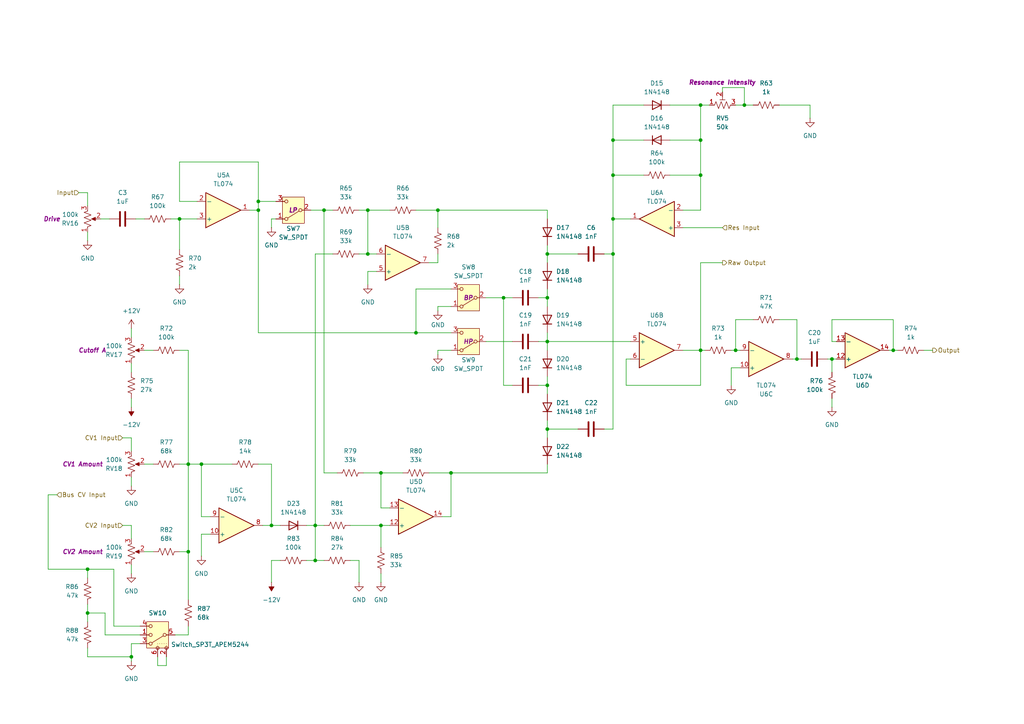
<source format=kicad_sch>
(kicad_sch (version 20231120) (generator "eeschema") (generator_version "8.0")
  (paper "A4")
  (title_block (company "DMH Instruments") (comment 1 "PCB for 10cm Kosmo format synthesizer module"))
  (lib_symbols
    (symbol "Amplifier_Operational:TL074" (pin_names (offset 0.127))
      (property "Reference" "U" (at 0 5.08 0))
      (property "Value" "TL074" (at 0 -5.08 0))
      (symbol "TL074_1_1"
        (polyline (pts (xy -5.08 5.08) (xy 5.08 0) (xy -5.08 -5.08) (xy -5.08 5.08)) (stroke (width 0.254)) (fill (type background)))
        (pin output line (at 7.62 0 180) (length 2.54) (name "~") (number "1"))
        (pin input line (at -7.62 -2.54 0) (length 2.54) (name "-") (number "2"))
        (pin input line (at -7.62 2.54 0) (length 2.54) (name "+") (number "3"))
      )
      (symbol "TL074_2_1"
        (polyline (pts (xy -5.08 5.08) (xy 5.08 0) (xy -5.08 -5.08) (xy -5.08 5.08)) (stroke (width 0.254)) (fill (type background)))
        (pin input line (at -7.62 2.54 0) (length 2.54) (name "+") (number "5"))
        (pin input line (at -7.62 -2.54 0) (length 2.54) (name "-") (number "6"))
        (pin output line (at 7.62 0 180) (length 2.54) (name "~") (number "7"))
      )
      (symbol "TL074_3_1"
        (polyline (pts (xy -5.08 5.08) (xy 5.08 0) (xy -5.08 -5.08) (xy -5.08 5.08)) (stroke (width 0.254)) (fill (type background)))
        (pin input line (at -7.62 2.54 0) (length 2.54) (name "+") (number "10"))
        (pin output line (at 7.62 0 180) (length 2.54) (name "~") (number "8"))
        (pin input line (at -7.62 -2.54 0) (length 2.54) (name "-") (number "9"))
      )
      (symbol "TL074_4_1"
        (polyline (pts (xy -5.08 5.08) (xy 5.08 0) (xy -5.08 -5.08) (xy -5.08 5.08)) (stroke (width 0.254)) (fill (type background)))
        (pin input line (at -7.62 2.54 0) (length 2.54) (name "+") (number "12"))
        (pin input line (at -7.62 -2.54 0) (length 2.54) (name "-") (number "13"))
        (pin output line (at 7.62 0 180) (length 2.54) (name "~") (number "14"))
      )
      (symbol "TL074_5_1"
        (pin power_in line (at -2.54 -7.62 90) (length 3.81) (name "V-") (number "11"))
        (pin power_in line (at -2.54 7.62 270) (length 3.81) (name "V+") (number "4"))
      )
    )
    (symbol "Device:C" (pin_numbers hide) (pin_names (offset 0.254))
      (property "Reference" "C" (at 0.635 2.54 0))
      (property "Value" "C" (at 0.635 -2.54 0))
      (symbol "C_0_1"
        (polyline (pts (xy -2.032 -0.762) (xy 2.032 -0.762)) (stroke (width 0.508)))
        (polyline (pts (xy -2.032 0.762) (xy 2.032 0.762)) (stroke (width 0.508)))
      )
      (symbol "C_1_1"
        (pin passive line (at 0 3.81 270) (length 2.794) (name "~") (number "1"))
        (pin passive line (at 0 -3.81 90) (length 2.794) (name "~") (number "2"))
      )
    )
    (symbol "Device:R_Potentiometer_Trim_US" (pin_names (offset 1.016) hide)
      (property "Reference" "RV" (at -4.445 0 90))
      (property "Value" "R_Potentiometer_Trim_US" (at -2.54 0 90))
      (symbol "R_Potentiometer_Trim_US_0_1"
        (polyline (pts (xy 0 -2.286) (xy 0 -2.54)))
        (polyline (pts (xy 0 2.286) (xy 0 2.54)))
        (polyline (pts (xy 1.524 0.762) (xy 1.524 -0.762)))
        (polyline (pts (xy 2.54 0) (xy 1.524 0)))
        (polyline (pts (xy 0 -0.762) (xy 1.016 -1.143) (xy 0 -1.524) (xy -1.016 -1.905) (xy 0 -2.286)))
        (polyline (pts (xy 0 0.762) (xy 1.016 0.381) (xy 0 0) (xy -1.016 -0.381) (xy 0 -0.762)))
        (polyline (pts (xy 0 2.286) (xy 1.016 1.905) (xy 0 1.524) (xy -1.016 1.143) (xy 0 0.762)))
      )
      (symbol "R_Potentiometer_Trim_US_1_1"
        (pin passive line (at 0 3.81 270) (length 1.27) (name "1") (number "1"))
        (pin passive line (at 3.81 0 180) (length 1.27) (name "2") (number "2"))
        (pin passive line (at 0 -3.81 90) (length 1.27) (name "3") (number "3"))
      )
    )
    (symbol "Device:R_Potentiometer_US" (pin_names (offset 1.016) hide)
      (property "Reference" "RV" (at -4.445 0 90))
      (property "Value" "R_Potentiometer_US" (at -2.54 0 90))
      (symbol "R_Potentiometer_US_0_1"
        (polyline (pts (xy 0 -2.286) (xy 0 -2.54)))
        (polyline (pts (xy 0 2.54) (xy 0 2.286)))
        (polyline (pts (xy 2.54 0) (xy 1.524 0)))
        (polyline (pts (xy 1.143 0) (xy 2.286 0.508) (xy 2.286 -0.508) (xy 1.143 0)) (fill (type outline)))
        (polyline (pts (xy 0 -0.762) (xy 1.016 -1.143) (xy 0 -1.524) (xy -1.016 -1.905) (xy 0 -2.286)))
        (polyline (pts (xy 0 0.762) (xy 1.016 0.381) (xy 0 0) (xy -1.016 -0.381) (xy 0 -0.762)))
        (polyline (pts (xy 0 2.286) (xy 1.016 1.905) (xy 0 1.524) (xy -1.016 1.143) (xy 0 0.762)))
      )
      (symbol "R_Potentiometer_US_1_1"
        (pin passive line (at 0 3.81 270) (length 1.27) (name "1") (number "1"))
        (pin passive line (at 3.81 0 180) (length 1.27) (name "2") (number "2"))
        (pin passive line (at 0 -3.81 90) (length 1.27) (name "3") (number "3"))
      )
    )
    (symbol "Device:R_US" (pin_numbers hide) (pin_names (offset 0))
      (property "Reference" "R" (at 2.54 0 90))
      (property "Value" "R_US" (at -2.54 0 90))
      (symbol "R_US_0_1"
        (polyline (pts (xy 0 -2.286) (xy 0 -2.54)))
        (polyline (pts (xy 0 2.286) (xy 0 2.54)))
        (polyline (pts (xy 0 -0.762) (xy 1.016 -1.143) (xy 0 -1.524) (xy -1.016 -1.905) (xy 0 -2.286)))
        (polyline (pts (xy 0 0.762) (xy 1.016 0.381) (xy 0 0) (xy -1.016 -0.381) (xy 0 -0.762)))
        (polyline (pts (xy 0 2.286) (xy 1.016 1.905) (xy 0 1.524) (xy -1.016 1.143) (xy 0 0.762)))
      )
      (symbol "R_US_1_1"
        (pin passive line (at 0 3.81 270) (length 1.27) (name "~") (number "1"))
        (pin passive line (at 0 -3.81 90) (length 1.27) (name "~") (number "2"))
      )
    )
    (symbol "Diode:1N4148" (pin_numbers hide) (pin_names hide)
      (property "Reference" "D" (at 0 2.54 0))
      (property "Value" "1N4148" (at 0 -2.54 0))
      (symbol "1N4148_0_1"
        (polyline (pts (xy -1.27 1.27) (xy -1.27 -1.27)) (stroke (width 0.254)))
        (polyline (pts (xy 1.27 0) (xy -1.27 0)))
        (polyline (pts (xy 1.27 1.27) (xy 1.27 -1.27) (xy -1.27 0) (xy 1.27 1.27)) (stroke (width 0.254)))
      )
      (symbol "1N4148_1_1"
        (pin passive line (at -3.81 0 0) (length 2.54) (name "K") (number "1"))
        (pin passive line (at 3.81 0 180) (length 2.54) (name "A") (number "2"))
      )
    )
    (symbol "Switch:SW_SPDT" (pin_names (offset 0) hide)
      (property "Reference" "SW" (at 0 5.08 0))
      (property "Value" "SW_SPDT" (at 0 -5.08 0))
      (symbol "SW_SPDT_0_1"
        (circle (center -2.032 0) (radius 0.4572))
        (polyline (pts (xy -1.651 0.254) (xy 1.651 2.286)))
        (circle (center 2.032 -2.54) (radius 0.4572))
        (circle (center 2.032 2.54) (radius 0.4572))
      )
      (symbol "SW_SPDT_1_1"
        (rectangle (start -3.175 3.81) (end 3.175 -3.81) (fill (type background)))
        (pin passive line (at 5.08 2.54 180) (length 2.54) (name "A") (number "1"))
        (pin passive line (at -5.08 0 0) (length 2.54) (name "B") (number "2"))
        (pin passive line (at 5.08 -2.54 180) (length 2.54) (name "C") (number "3"))
      )
    )
    (symbol "SynthStuff:Switch_SP3T" (pin_names (offset 0) hide)
      (property "Reference" "SW" (at 0 -5.08 0))
      (property "Value" "Switch_SP3T_APEM5244" (at 0 -7.62 0))
      (symbol "Switch_SP3T_0_1"
        (circle (center -2.54 3.81) (radius 0.4572))
        (circle (center -2.032 0) (radius 0.4572))
        (polyline (pts (xy -2.54 2.54) (xy -2.54 2.54)))
        (polyline (pts (xy -2.54 3.81) (xy -2.54 3.81)))
        (polyline (pts (xy -1.651 0.254) (xy 1.651 2.286)))
        (polyline (pts (xy -2.54 3.81) (xy -2.54 2.54) (xy 0 2.54) (xy 0 3.81)) (stroke (width 0) (type dot)))
        (circle (center 0 3.81) (radius 0.4572))
        (circle (center 2.032 -2.54) (radius 0.4572))
        (circle (center 2.032 0) (radius 0.4572))
        (circle (center 2.032 2.54) (radius 0.4572))
      )
      (symbol "Switch_SP3T_1_0"
        (pin passive line (at -2.54 6.35 270) (length 2.54) (name "2") (number "2"))
        (pin passive line (at 0 6.35 270) (length 2.54) (name "6") (number "6"))
      )
      (symbol "Switch_SP3T_1_1"
        (rectangle (start -3.175 3.81) (end 3.175 -3.81) (fill (type background)))
        (pin passive line (at 5.08 0 180) (length 2.54) (name "1") (number "1"))
        (pin passive line (at 5.08 2.54 180) (length 2.54) (name "3") (number "3"))
        (pin passive line (at 5.08 -2.54 180) (length 2.54) (name "4") (number "4"))
        (pin passive line (at -5.08 0 0) (length 2.54) (name "5") (number "5"))
      )
    )
    (symbol "power:+12V" (power) (pin_numbers hide) (pin_names (offset 0) hide)
      (property "Value" "+12V" (at 0 3.556 0))
      (symbol "+12V_0_1"
        (polyline (pts (xy -0.762 1.27) (xy 0 2.54)))
        (polyline (pts (xy 0 0) (xy 0 2.54)))
        (polyline (pts (xy 0 2.54) (xy 0.762 1.27)))
      )
      (symbol "+12V_1_1"
        (pin power_in line (at 0 0 90) (length 0) (name "~") (number "1"))
      )
    )
    (symbol "power:-12V" (power) (pin_numbers hide) (pin_names (offset 0) hide)
      (property "Value" "-12V" (at 0 3.556 0))
      (symbol "-12V_0_0"
        (pin power_in line (at 0 0 90) (length 0) (name "~") (number "1"))
      )
      (symbol "-12V_0_1"
        (polyline (pts (xy 0 0) (xy 0 1.27) (xy 0.762 1.27) (xy 0 2.54) (xy -0.762 1.27) (xy 0 1.27)) (fill (type outline)))
      )
    )
    (symbol "power:GND" (power) (pin_numbers hide) (pin_names (offset 0) hide)
      (property "Value" "GND" (at 0 -3.81 0))
      (symbol "GND_0_1"
        (polyline (pts (xy 0 0) (xy 0 -1.27) (xy 1.27 -1.27) (xy 0 -2.54) (xy -1.27 -1.27) (xy 0 -1.27)))
      )
      (symbol "GND_1_1"
        (pin power_in line (at 0 0 270) (length 0) (name "~") (number "1"))
      )
    )
  )
  (junction (at 110.49 137.16))
  (junction (at 74.93 58.42))
  (junction (at 213.36 101.6))
  (junction (at 241.3 104.14))
  (junction (at 25.4 165.1))
  (junction (at 177.8 63.5))
  (junction (at 110.49 152.4))
  (junction (at 231.14 104.14))
  (junction (at 38.1 190.5))
  (junction (at 259.08 101.6))
  (junction (at 177.8 50.8))
  (junction (at 177.8 40.64))
  (junction (at 106.68 73.66))
  (junction (at 54.61 160.02))
  (junction (at 58.42 134.62))
  (junction (at 52.07 63.5))
  (junction (at 203.2 30.48))
  (junction (at 74.93 60.96))
  (junction (at 130.81 137.16))
  (junction (at 93.98 60.96))
  (junction (at 158.75 124.46))
  (junction (at 203.2 40.64))
  (junction (at 54.61 134.62))
  (junction (at 158.75 99.06))
  (junction (at 158.75 73.66))
  (junction (at 158.75 111.76))
  (junction (at 78.74 152.4))
  (junction (at 91.44 152.4))
  (junction (at 203.2 101.6))
  (junction (at 177.8 73.66))
  (junction (at 146.05 86.36))
  (junction (at 120.65 96.52))
  (junction (at 203.2 50.8))
  (junction (at 106.68 60.96))
  (junction (at 91.44 162.56))
  (junction (at 25.4 177.8))
  (junction (at 215.9 30.48))
  (junction (at 158.75 86.36))
  (junction (at 127 60.96))
  (wire (pts (xy 203.2 30.48) (xy 205.74 30.48)))
  (wire (pts (xy 120.65 83.82) (xy 130.81 83.82)))
  (wire (pts (xy 78.74 162.56) (xy 78.74 168.91)))
  (wire (pts (xy 106.68 60.96) (xy 106.68 73.66)))
  (wire (pts (xy 16.51 143.51) (xy 13.97 143.51)))
  (wire (pts (xy 241.3 115.57) (xy 241.3 118.11)))
  (wire (pts (xy 29.21 63.5) (xy 31.75 63.5)))
  (wire (pts (xy 54.61 134.62) (xy 58.42 134.62)))
  (wire (pts (xy 38.1 190.5) (xy 38.1 191.77)))
  (wire (pts (xy 156.21 111.76) (xy 158.75 111.76)))
  (wire (pts (xy 35.56 152.4) (xy 38.1 152.4)))
  (wire (pts (xy 25.4 55.88) (xy 25.4 59.69)))
  (wire (pts (xy 38.1 138.43) (xy 38.1 140.97)))
  (wire (pts (xy 30.48 177.8) (xy 25.4 177.8)))
  (wire (pts (xy 54.61 160.02) (xy 54.61 173.99)))
  (wire (pts (xy 106.68 73.66) (xy 109.22 73.66)))
  (wire (pts (xy 130.81 96.52) (xy 120.65 96.52)))
  (wire (pts (xy 91.44 152.4) (xy 91.44 162.56)))
  (wire (pts (xy 52.07 63.5) (xy 57.15 63.5)))
  (wire (pts (xy 186.69 50.8) (xy 177.8 50.8)))
  (wire (pts (xy 259.08 101.6) (xy 257.81 101.6)))
  (wire (pts (xy 213.36 92.71) (xy 213.36 101.6)))
  (wire (pts (xy 130.81 149.86) (xy 128.27 149.86)))
  (wire (pts (xy 158.75 96.52) (xy 158.75 99.06)))
  (wire (pts (xy 175.26 124.46) (xy 177.8 124.46)))
  (wire (pts (xy 158.75 83.82) (xy 158.75 86.36)))
  (wire (pts (xy 231.14 104.14) (xy 232.41 104.14)))
  (wire (pts (xy 67.31 134.62) (xy 58.42 134.62)))
  (wire (pts (xy 209.55 25.4) (xy 215.9 25.4)))
  (wire (pts (xy 130.81 137.16) (xy 130.81 149.86)))
  (wire (pts (xy 30.48 184.15) (xy 30.48 177.8)))
  (wire (pts (xy 13.97 143.51) (xy 13.97 165.1)))
  (wire (pts (xy 33.02 165.1) (xy 25.4 165.1)))
  (wire (pts (xy 215.9 30.48) (xy 218.44 30.48)))
  (wire (pts (xy 158.75 111.76) (xy 158.75 114.3)))
  (wire (pts (xy 109.22 78.74) (xy 106.68 78.74)))
  (wire (pts (xy 104.14 162.56) (xy 104.14 168.91)))
  (wire (pts (xy 203.2 30.48) (xy 203.2 40.64)))
  (wire (pts (xy 33.02 181.61) (xy 33.02 165.1)))
  (wire (pts (xy 203.2 40.64) (xy 203.2 50.8)))
  (wire (pts (xy 80.01 63.5) (xy 78.74 63.5)))
  (wire (pts (xy 120.65 96.52) (xy 120.65 83.82)))
  (wire (pts (xy 177.8 50.8) (xy 177.8 63.5)))
  (wire (pts (xy 241.3 104.14) (xy 242.57 104.14)))
  (wire (pts (xy 52.07 58.42) (xy 57.15 58.42)))
  (wire (pts (xy 212.09 101.6) (xy 213.36 101.6)))
  (wire (pts (xy 58.42 154.94) (xy 58.42 161.29)))
  (wire (pts (xy 25.4 67.31) (xy 25.4 69.85)))
  (wire (pts (xy 74.93 134.62) (xy 78.74 134.62)))
  (wire (pts (xy 240.03 104.14) (xy 241.3 104.14)))
  (wire (pts (xy 259.08 101.6) (xy 260.35 101.6)))
  (wire (pts (xy 72.39 60.96) (xy 74.93 60.96)))
  (wire (pts (xy 110.49 152.4) (xy 113.03 152.4)))
  (wire (pts (xy 58.42 134.62) (xy 58.42 149.86)))
  (wire (pts (xy 25.4 177.8) (xy 25.4 180.34)))
  (wire (pts (xy 140.97 99.06) (xy 148.59 99.06)))
  (wire (pts (xy 120.65 60.96) (xy 127 60.96)))
  (wire (pts (xy 181.61 111.76) (xy 203.2 111.76)))
  (wire (pts (xy 167.64 73.66) (xy 158.75 73.66)))
  (wire (pts (xy 231.14 92.71) (xy 231.14 104.14)))
  (wire (pts (xy 158.75 99.06) (xy 182.88 99.06)))
  (wire (pts (xy 182.88 63.5) (xy 177.8 63.5)))
  (wire (pts (xy 198.12 101.6) (xy 203.2 101.6)))
  (wire (pts (xy 38.1 115.57) (xy 38.1 118.11)))
  (wire (pts (xy 146.05 86.36) (xy 146.05 111.76)))
  (wire (pts (xy 78.74 152.4) (xy 76.2 152.4)))
  (wire (pts (xy 78.74 152.4) (xy 81.28 152.4)))
  (wire (pts (xy 156.21 86.36) (xy 158.75 86.36)))
  (wire (pts (xy 35.56 127) (xy 38.1 127)))
  (wire (pts (xy 41.91 160.02) (xy 44.45 160.02)))
  (wire (pts (xy 52.07 46.99) (xy 52.07 58.42)))
  (wire (pts (xy 229.87 104.14) (xy 231.14 104.14)))
  (wire (pts (xy 74.93 46.99) (xy 52.07 46.99)))
  (wire (pts (xy 241.3 104.14) (xy 241.3 107.95)))
  (wire (pts (xy 93.98 60.96) (xy 96.52 60.96)))
  (wire (pts (xy 203.2 101.6) (xy 204.47 101.6)))
  (wire (pts (xy 78.74 134.62) (xy 78.74 152.4)))
  (wire (pts (xy 215.9 25.4) (xy 215.9 30.48)))
  (wire (pts (xy 40.64 181.61) (xy 33.02 181.61)))
  (wire (pts (xy 213.36 101.6) (xy 214.63 101.6)))
  (wire (pts (xy 52.07 134.62) (xy 54.61 134.62)))
  (wire (pts (xy 181.61 104.14) (xy 181.61 111.76)))
  (wire (pts (xy 186.69 30.48) (xy 177.8 30.48)))
  (wire (pts (xy 127 88.9) (xy 130.81 88.9)))
  (wire (pts (xy 105.41 137.16) (xy 110.49 137.16)))
  (wire (pts (xy 74.93 58.42) (xy 74.93 46.99)))
  (wire (pts (xy 110.49 152.4) (xy 110.49 158.75)))
  (wire (pts (xy 218.44 92.71) (xy 213.36 92.71)))
  (wire (pts (xy 101.6 152.4) (xy 110.49 152.4)))
  (wire (pts (xy 234.95 30.48) (xy 234.95 34.29)))
  (wire (pts (xy 81.28 162.56) (xy 78.74 162.56)))
  (wire (pts (xy 127 90.17) (xy 127 88.9)))
  (wire (pts (xy 127 60.96) (xy 127 66.04)))
  (wire (pts (xy 158.75 137.16) (xy 130.81 137.16)))
  (wire (pts (xy 54.61 134.62) (xy 54.61 160.02)))
  (wire (pts (xy 40.64 184.15) (xy 30.48 184.15)))
  (wire (pts (xy 146.05 111.76) (xy 148.59 111.76)))
  (wire (pts (xy 40.64 186.69) (xy 38.1 186.69)))
  (wire (pts (xy 203.2 60.96) (xy 198.12 60.96)))
  (wire (pts (xy 214.63 106.68) (xy 212.09 106.68)))
  (wire (pts (xy 158.75 60.96) (xy 127 60.96)))
  (wire (pts (xy 91.44 152.4) (xy 93.98 152.4)))
  (wire (pts (xy 226.06 92.71) (xy 231.14 92.71)))
  (wire (pts (xy 127 101.6) (xy 127 102.87)))
  (wire (pts (xy 158.75 86.36) (xy 158.75 88.9)))
  (wire (pts (xy 54.61 181.61) (xy 54.61 184.15)))
  (wire (pts (xy 267.97 101.6) (xy 270.51 101.6)))
  (wire (pts (xy 177.8 73.66) (xy 177.8 124.46)))
  (wire (pts (xy 213.36 30.48) (xy 215.9 30.48)))
  (wire (pts (xy 54.61 101.6) (xy 54.61 134.62)))
  (wire (pts (xy 106.68 60.96) (xy 113.03 60.96)))
  (wire (pts (xy 226.06 30.48) (xy 234.95 30.48)))
  (wire (pts (xy 52.07 101.6) (xy 54.61 101.6)))
  (wire (pts (xy 13.97 165.1) (xy 25.4 165.1)))
  (wire (pts (xy 124.46 76.2) (xy 127 76.2)))
  (wire (pts (xy 104.14 60.96) (xy 106.68 60.96)))
  (wire (pts (xy 88.9 162.56) (xy 91.44 162.56)))
  (wire (pts (xy 140.97 86.36) (xy 146.05 86.36)))
  (wire (pts (xy 158.75 99.06) (xy 158.75 101.6)))
  (wire (pts (xy 38.1 105.41) (xy 38.1 107.95)))
  (wire (pts (xy 110.49 137.16) (xy 116.84 137.16)))
  (wire (pts (xy 181.61 104.14) (xy 182.88 104.14)))
  (wire (pts (xy 91.44 162.56) (xy 93.98 162.56)))
  (wire (pts (xy 45.72 190.5) (xy 45.72 193.04)))
  (wire (pts (xy 203.2 101.6) (xy 203.2 111.76)))
  (wire (pts (xy 156.21 99.06) (xy 158.75 99.06)))
  (wire (pts (xy 49.53 63.5) (xy 52.07 63.5)))
  (wire (pts (xy 48.26 193.04) (xy 48.26 190.5)))
  (wire (pts (xy 242.57 99.06) (xy 241.3 99.06)))
  (wire (pts (xy 127 76.2) (xy 127 73.66)))
  (wire (pts (xy 110.49 137.16) (xy 110.49 147.32)))
  (wire (pts (xy 177.8 63.5) (xy 177.8 73.66)))
  (wire (pts (xy 22.86 55.88) (xy 25.4 55.88)))
  (wire (pts (xy 194.31 30.48) (xy 203.2 30.48)))
  (wire (pts (xy 158.75 109.22) (xy 158.75 111.76)))
  (wire (pts (xy 91.44 73.66) (xy 91.44 152.4)))
  (wire (pts (xy 90.17 60.96) (xy 93.98 60.96)))
  (wire (pts (xy 96.52 73.66) (xy 91.44 73.66)))
  (wire (pts (xy 124.46 137.16) (xy 130.81 137.16)))
  (wire (pts (xy 41.91 101.6) (xy 44.45 101.6)))
  (wire (pts (xy 241.3 92.71) (xy 259.08 92.71)))
  (wire (pts (xy 194.31 50.8) (xy 203.2 50.8)))
  (wire (pts (xy 175.26 73.66) (xy 177.8 73.66)))
  (wire (pts (xy 186.69 40.64) (xy 177.8 40.64)))
  (wire (pts (xy 78.74 63.5) (xy 78.74 66.04)))
  (wire (pts (xy 38.1 152.4) (xy 38.1 156.21)))
  (wire (pts (xy 74.93 96.52) (xy 120.65 96.52)))
  (wire (pts (xy 101.6 162.56) (xy 104.14 162.56)))
  (wire (pts (xy 52.07 80.01) (xy 52.07 82.55)))
  (wire (pts (xy 38.1 186.69) (xy 38.1 190.5)))
  (wire (pts (xy 39.37 63.5) (xy 41.91 63.5)))
  (wire (pts (xy 158.75 63.5) (xy 158.75 60.96)))
  (wire (pts (xy 148.59 86.36) (xy 146.05 86.36)))
  (wire (pts (xy 177.8 30.48) (xy 177.8 40.64)))
  (wire (pts (xy 93.98 137.16) (xy 97.79 137.16)))
  (wire (pts (xy 38.1 163.83) (xy 38.1 166.37)))
  (wire (pts (xy 50.8 184.15) (xy 54.61 184.15)))
  (wire (pts (xy 177.8 40.64) (xy 177.8 50.8)))
  (wire (pts (xy 158.75 73.66) (xy 158.75 76.2)))
  (wire (pts (xy 25.4 175.26) (xy 25.4 177.8)))
  (wire (pts (xy 74.93 60.96) (xy 74.93 58.42)))
  (wire (pts (xy 58.42 149.86) (xy 60.96 149.86)))
  (wire (pts (xy 106.68 78.74) (xy 106.68 82.55)))
  (wire (pts (xy 110.49 166.37) (xy 110.49 168.91)))
  (wire (pts (xy 52.07 63.5) (xy 52.07 72.39)))
  (wire (pts (xy 198.12 66.04) (xy 209.55 66.04)))
  (wire (pts (xy 60.96 154.94) (xy 58.42 154.94)))
  (wire (pts (xy 25.4 165.1) (xy 25.4 167.64)))
  (wire (pts (xy 241.3 99.06) (xy 241.3 92.71)))
  (wire (pts (xy 158.75 121.92) (xy 158.75 124.46)))
  (wire (pts (xy 158.75 71.12) (xy 158.75 73.66)))
  (wire (pts (xy 52.07 160.02) (xy 54.61 160.02)))
  (wire (pts (xy 259.08 92.71) (xy 259.08 101.6)))
  (wire (pts (xy 130.81 101.6) (xy 127 101.6)))
  (wire (pts (xy 104.14 73.66) (xy 106.68 73.66)))
  (wire (pts (xy 41.91 134.62) (xy 44.45 134.62)))
  (wire (pts (xy 158.75 134.62) (xy 158.75 137.16)))
  (wire (pts (xy 110.49 147.32) (xy 113.03 147.32)))
  (wire (pts (xy 158.75 124.46) (xy 158.75 127)))
  (wire (pts (xy 203.2 50.8) (xy 203.2 60.96)))
  (wire (pts (xy 45.72 193.04) (xy 48.26 193.04)))
  (wire (pts (xy 38.1 127) (xy 38.1 130.81)))
  (wire (pts (xy 74.93 60.96) (xy 74.93 96.52)))
  (wire (pts (xy 38.1 95.25) (xy 38.1 97.79)))
  (wire (pts (xy 25.4 190.5) (xy 38.1 190.5)))
  (wire (pts (xy 88.9 152.4) (xy 91.44 152.4)))
  (wire (pts (xy 194.31 40.64) (xy 203.2 40.64)))
  (wire (pts (xy 93.98 60.96) (xy 93.98 137.16)))
  (wire (pts (xy 209.55 26.67) (xy 209.55 25.4)))
  (wire (pts (xy 158.75 124.46) (xy 167.64 124.46)))
  (wire (pts (xy 74.93 58.42) (xy 80.01 58.42)))
  (wire (pts (xy 203.2 76.2) (xy 209.55 76.2)))
  (wire (pts (xy 212.09 106.68) (xy 212.09 111.76)))
  (wire (pts (xy 25.4 187.96) (xy 25.4 190.5)))
  (wire (pts (xy 203.2 76.2) (xy 203.2 101.6)))
  (hierarchical_label "Res Input" (shape input) (at 209.55 66.04 0))
  (hierarchical_label "Output" (shape output) (at 270.51 101.6 0))
  (hierarchical_label "CV2 Input" (shape input) (at 35.56 152.4 180))
  (hierarchical_label "Bus CV Input" (shape input) (at 16.51 143.51 0))
  (hierarchical_label "Raw Output" (shape output) (at 209.55 76.2 0))
  (hierarchical_label "CV1 Input" (shape input) (at 35.56 127 180))
  (hierarchical_label "Input" (shape input) (at 22.86 55.88 180))
  (symbol (lib_id "Device:R_US") (at 85.09 162.56 90) (unit 1)
    (property "Reference" "R83" (at 85.09 156.21 90))
    (property "Value" "100k" (at 85.09 158.75 90))
    (property "Footprint" "Resistor_THT:R_Axial_DIN0207_L6.3mm_D2.5mm_P7.62mm_Horizontal" (effects (hide yes)))
    (property "Description" "Resistor, US symbol" (effects (hide yes)))
  )
  (symbol (lib_id "power:-12V") (at 78.74 168.91 180) (unit 1)
    (property "Reference" "#PWR069" (effects (hide yes)))
    (property "Value" "-12V" (at 78.74 173.99 0))
    (property "Description" "Power symbol creates a global label with name \"-12V\"" (effects (hide yes)))
  )
  (symbol (lib_id "Device:C") (at 152.4 99.06 90) (unit 1)
    (property "Reference" "C19" (at 152.4 91.44 90))
    (property "Value" "1nF" (at 152.4 93.98 90))
    (property "Footprint" "Capacitor_THT:C_Disc_D4.3mm_W1.9mm_P5.00mm" (effects (hide yes)))
    (property "Description" "Unpolarized capacitor" (effects (hide yes)))
  )
  (symbol (lib_id "Device:R_US") (at 48.26 101.6 90) (unit 1)
    (property "Reference" "R72" (at 48.26 95.25 90))
    (property "Value" "100k" (at 48.26 97.79 90))
    (property "Footprint" "Resistor_THT:R_Axial_DIN0207_L6.3mm_D2.5mm_P7.62mm_Horizontal" (effects (hide yes)))
    (property "Description" "Resistor, US symbol" (effects (hide yes)))
  )
  (symbol (lib_id "Device:R_US") (at 54.61 177.8 180) (unit 1)
    (property "Reference" "R87" (at 57.15 176.5299 0) (effects (justify right)))
    (property "Value" "68k" (at 57.15 179.0699 0) (effects (justify right)))
    (property "Footprint" "Resistor_THT:R_Axial_DIN0207_L6.3mm_D2.5mm_P7.62mm_Horizontal" (effects (hide yes)))
    (property "Description" "Resistor, US symbol" (effects (hide yes)))
  )
  (symbol (lib_id "Device:R_US") (at 52.07 76.2 180) (unit 1)
    (property "Reference" "R70" (at 54.61 74.9299 0) (effects (justify right)))
    (property "Value" "2k" (at 54.61 77.4699 0) (effects (justify right)))
    (property "Footprint" "Resistor_THT:R_Axial_DIN0207_L6.3mm_D2.5mm_P7.62mm_Horizontal" (effects (hide yes)))
    (property "Description" "Resistor, US symbol" (effects (hide yes)))
  )
  (symbol (lib_id "Device:R_US") (at 25.4 184.15 0) (mirror x) (unit 1)
    (property "Reference" "R88" (at 22.86 182.8799 0) (effects (justify right)))
    (property "Value" "47k" (at 22.86 185.4199 0) (effects (justify right)))
    (property "Footprint" "Resistor_THT:R_Axial_DIN0207_L6.3mm_D2.5mm_P7.62mm_Horizontal" (effects (hide yes)))
    (property "Description" "Resistor, US symbol" (effects (hide yes)))
  )
  (symbol (lib_id "Device:R_US") (at 127 69.85 180) (unit 1)
    (property "Reference" "R68" (at 129.54 68.5799 0) (effects (justify right)))
    (property "Value" "2k" (at 129.54 71.1199 0) (effects (justify right)))
    (property "Footprint" "Resistor_THT:R_Axial_DIN0207_L6.3mm_D2.5mm_P7.62mm_Horizontal" (effects (hide yes)))
    (property "Description" "Resistor, US symbol" (effects (hide yes)))
  )
  (symbol (lib_id "Device:R_US") (at 100.33 73.66 90) (unit 1)
    (property "Reference" "R69" (at 100.33 67.31 90))
    (property "Value" "33k" (at 100.33 69.85 90))
    (property "Footprint" "Resistor_THT:R_Axial_DIN0207_L6.3mm_D2.5mm_P7.62mm_Horizontal" (effects (hide yes)))
    (property "Description" "Resistor, US symbol" (effects (hide yes)))
  )
  (symbol (lib_id "power:GND") (at 241.3 118.11 0) (unit 1)
    (property "Reference" "#PWR065" (effects (hide yes)))
    (property "Value" "GND" (at 241.3 123.19 0))
    (property "Description" "Power symbol creates a global label with name \"GND\" , ground" (effects (hide yes)))
  )
  (symbol (lib_id "power:GND") (at 38.1 166.37 0) (unit 1)
    (property "Reference" "#PWR068" (effects (hide yes)))
    (property "Value" "GND" (at 38.1 171.45 0))
    (property "Description" "Power symbol creates a global label with name \"GND\" , ground" (effects (hide yes)))
  )
  (symbol (lib_id "Device:C") (at 152.4 111.76 90) (unit 1)
    (property "Reference" "C21" (at 152.4 104.14 90))
    (property "Value" "1nF" (at 152.4 106.68 90))
    (property "Footprint" "Capacitor_THT:C_Disc_D4.3mm_W1.9mm_P5.00mm" (effects (hide yes)))
    (property "Description" "Unpolarized capacitor" (effects (hide yes)))
  )
  (symbol (lib_id "Device:R_US") (at 71.12 134.62 90) (unit 1)
    (property "Reference" "R78" (at 71.12 128.27 90))
    (property "Value" "14k" (at 71.12 130.81 90))
    (property "Footprint" "Resistor_THT:R_Axial_DIN0207_L6.3mm_D2.5mm_P7.62mm_Horizontal" (effects (hide yes)))
    (property "Description" "Resistor, US symbol" (effects (hide yes)))
  )
  (symbol (lib_id "Device:C") (at 35.56 63.5 90) (unit 1)
    (property "Reference" "C3" (at 35.56 55.88 90))
    (property "Value" "1uF" (at 35.56 58.42 90))
    (property "Footprint" "Capacitor_THT:C_Disc_D4.3mm_W1.9mm_P5.00mm" (effects (hide yes)))
    (property "Description" "Unpolarized capacitor" (effects (hide yes)))
  )
  (symbol (lib_id "power:+12V") (at 38.1 95.25 0) (unit 1)
    (property "Reference" "#PWR061" (effects (hide yes)))
    (property "Value" "+12V" (at 38.1 90.17 0))
    (property "Description" "Power symbol creates a global label with name \"+12V\"" (effects (hide yes)))
  )
  (symbol (lib_id "Device:C") (at 152.4 86.36 90) (unit 1)
    (property "Reference" "C18" (at 152.4 78.74 90))
    (property "Value" "1nF" (at 152.4 81.28 90))
    (property "Footprint" "Capacitor_THT:C_Disc_D4.3mm_W1.9mm_P5.00mm" (effects (hide yes)))
    (property "Description" "Unpolarized capacitor" (effects (hide yes)))
  )
  (symbol (lib_id "Switch:SW_SPDT") (at 135.89 86.36 180) (unit 1)
    (property "Reference" "SW8" (at 135.89 77.47 0))
    (property "Value" "SW_SPDT" (at 135.89 80.01 0))
    (property "Footprint" "SynthStuff:Toggle_Switch_THT" (effects (hide yes)))
    (property "Description" "Switch, single pole double throw" (effects (hide yes)))
    (property "Function" "BP" (at 135.89 86.36 0) (effects (font (thickness 0.254) (bold yes) (italic yes))))
  )
  (symbol (lib_id "Device:R_US") (at 38.1 111.76 0) (unit 1)
    (property "Reference" "R75" (at 40.64 110.4899 0) (effects (justify left)))
    (property "Value" "27k" (at 40.64 113.0299 0) (effects (justify left)))
    (property "Footprint" "Resistor_THT:R_Axial_DIN0207_L6.3mm_D2.5mm_P7.62mm_Horizontal" (effects (hide yes)))
    (property "Description" "Resistor, US symbol" (effects (hide yes)))
  )
  (symbol (lib_id "Device:R_Potentiometer_US") (at 38.1 101.6 0) (mirror x) (unit 1)
    (property "Reference" "RV17" (at 35.56 102.8701 0) (effects (justify right)))
    (property "Value" "100k" (at 35.56 100.3301 0) (effects (justify right)))
    (property "Footprint" "SynthStuff:Potentiometer_Alpha_RD901F-40-00D_Single_Vertical" (effects (hide yes)))
    (property "Description" "Potentiometer, US symbol" (effects (hide yes)))
    (property "Function" "Cutoff A" (at 26.67 101.6 0) (effects (font (thickness 0.254) (bold yes) (italic yes))))
  )
  (symbol (lib_id "SynthStuff:Switch_SP3T") (at 45.72 184.15 180) (unit 1)
    (property "Reference" "SW10" (at 45.72 177.8 0))
    (property "Value" "Switch_SP3T_APEM5244" (at 60.96 186.944 0))
    (property "Datasheet" "https://docs.rs-online.com/9882/0900766b80032e26.pdf" (effects (hide yes)))
    (property "Description" "Toggle Switch, three position, single pole triple throw in DPDT casing" (effects (hide yes)))
  )
  (symbol (lib_id "Amplifier_Operational:TL074") (at 68.58 152.4 0) (mirror x) (unit 3)
    (property "Reference" "U5" (at 68.58 142.24 0))
    (property "Value" "TL074" (at 68.58 144.78 0))
    (property "Footprint" "Package_DIP:DIP-14_W7.62mm_Socket" (effects (hide yes)))
    (property "Datasheet" "http://www.ti.com/lit/ds/symlink/tl071.pdf" (effects (hide yes)))
    (property "Description" "Quad Low-Noise JFET-Input Operational Amplifiers, DIP-14/SOIC-14" (effects (hide yes)))
  )
  (symbol (lib_id "power:GND") (at 58.42 161.29 0) (unit 1)
    (property "Reference" "#PWR067" (effects (hide yes)))
    (property "Value" "GND" (at 58.42 166.37 0))
    (property "Description" "Power symbol creates a global label with name \"GND\" , ground" (effects (hide yes)))
  )
  (symbol (lib_id "Device:C") (at 171.45 73.66 90) (unit 1)
    (property "Reference" "C6" (at 171.45 66.04 90))
    (property "Value" "1nF" (at 171.45 68.58 90))
    (property "Footprint" "Capacitor_THT:C_Disc_D4.3mm_W1.9mm_P5.00mm" (effects (hide yes)))
    (property "Description" "Unpolarized capacitor" (effects (hide yes)))
  )
  (symbol (lib_id "Amplifier_Operational:TL074") (at 190.5 63.5 180) (unit 1)
    (property "Reference" "U6" (at 190.5 55.88 0))
    (property "Value" "TL074" (at 190.5 58.42 0))
    (property "Footprint" "Package_DIP:DIP-14_W7.62mm_Socket" (effects (hide yes)))
    (property "Datasheet" "http://www.ti.com/lit/ds/symlink/tl071.pdf" (effects (hide yes)))
    (property "Description" "Quad Low-Noise JFET-Input Operational Amplifiers, DIP-14/SOIC-14" (effects (hide yes)))
  )
  (symbol (lib_id "Device:R_US") (at 48.26 160.02 90) (unit 1)
    (property "Reference" "R82" (at 48.26 153.67 90))
    (property "Value" "68k" (at 48.26 156.21 90))
    (property "Footprint" "Resistor_THT:R_Axial_DIN0207_L6.3mm_D2.5mm_P7.62mm_Horizontal" (effects (hide yes)))
    (property "Description" "Resistor, US symbol" (effects (hide yes)))
  )
  (symbol (lib_id "Diode:1N4148") (at 190.5 30.48 180) (unit 1)
    (property "Reference" "D15" (at 190.5 24.13 0))
    (property "Value" "1N4148" (at 190.5 26.67 0))
    (property "Footprint" "Diode_THT:D_DO-35_SOD27_P7.62mm_Horizontal" (effects (hide yes)))
    (property "Datasheet" "https://assets.nexperia.com/documents/data-sheet/1N4148_1N4448.pdf" (effects (hide yes)))
    (property "Description" "100V 0.15A standard switching diode, DO-35" (effects (hide yes)))
    (property "Sim.Device" "D" (effects (hide yes)))
    (property "Sim.Pins" "1=K 2=A" (effects (hide yes)))
  )
  (symbol (lib_id "Device:R_US") (at 101.6 137.16 90) (unit 1)
    (property "Reference" "R79" (at 101.6 130.81 90))
    (property "Value" "33k" (at 101.6 133.35 90))
    (property "Footprint" "Resistor_THT:R_Axial_DIN0207_L6.3mm_D2.5mm_P7.62mm_Horizontal" (effects (hide yes)))
    (property "Description" "Resistor, US symbol" (effects (hide yes)))
  )
  (symbol (lib_id "Device:R_US") (at 110.49 162.56 180) (unit 1)
    (property "Reference" "R85" (at 113.03 161.2899 0) (effects (justify right)))
    (property "Value" "33k" (at 113.03 163.8299 0) (effects (justify right)))
    (property "Footprint" "Resistor_THT:R_Axial_DIN0207_L6.3mm_D2.5mm_P7.62mm_Horizontal" (effects (hide yes)))
    (property "Description" "Resistor, US symbol" (effects (hide yes)))
  )
  (symbol (lib_id "Diode:1N4148") (at 158.75 67.31 90) (unit 1)
    (property "Reference" "D17" (at 161.29 66.0399 90) (effects (justify right)))
    (property "Value" "1N4148" (at 161.29 68.5799 90) (effects (justify right)))
    (property "Footprint" "Diode_THT:D_DO-35_SOD27_P7.62mm_Horizontal" (effects (hide yes)))
    (property "Datasheet" "https://assets.nexperia.com/documents/data-sheet/1N4148_1N4448.pdf" (effects (hide yes)))
    (property "Description" "100V 0.15A standard switching diode, DO-35" (effects (hide yes)))
    (property "Sim.Device" "D" (effects (hide yes)))
    (property "Sim.Pins" "1=K 2=A" (effects (hide yes)))
  )
  (symbol (lib_id "power:-12V") (at 38.1 118.11 180) (unit 1)
    (property "Reference" "#PWR064" (effects (hide yes)))
    (property "Value" "-12V" (at 38.1 123.19 0))
    (property "Description" "Power symbol creates a global label with name \"-12V\"" (effects (hide yes)))
  )
  (symbol (lib_id "Device:R_Potentiometer_Trim_US") (at 209.55 30.48 90) (unit 1)
    (property "Reference" "RV5" (at 209.55 34.29 90))
    (property "Value" "50k" (at 209.55 36.83 90))
    (property "Footprint" "Potentiometer_THT:Potentiometer_Bourns_3296W_Vertical" (effects (hide yes)))
    (property "Description" "Trim-potentiometer, US symbol" (effects (hide yes)))
    (property "Function" "Resonance Intensity" (at 209.55 23.876 90) (effects (font (thickness 0.254) (bold yes) (italic yes))))
  )
  (symbol (lib_id "Amplifier_Operational:TL074") (at 250.19 101.6 0) (mirror x) (unit 4)
    (property "Reference" "U6" (at 250.19 111.76 0))
    (property "Value" "TL074" (at 250.19 109.22 0))
    (property "Footprint" "Package_DIP:DIP-14_W7.62mm_Socket" (effects (hide yes)))
    (property "Datasheet" "http://www.ti.com/lit/ds/symlink/tl071.pdf" (effects (hide yes)))
    (property "Description" "Quad Low-Noise JFET-Input Operational Amplifiers, DIP-14/SOIC-14" (effects (hide yes)))
  )
  (symbol (lib_id "Device:R_US") (at 97.79 152.4 90) (unit 1)
    (property "Reference" "R81" (at 97.79 146.05 90))
    (property "Value" "33k" (at 97.79 148.59 90))
    (property "Footprint" "Resistor_THT:R_Axial_DIN0207_L6.3mm_D2.5mm_P7.62mm_Horizontal" (effects (hide yes)))
    (property "Description" "Resistor, US symbol" (effects (hide yes)))
  )
  (symbol (lib_id "power:GND") (at 38.1 191.77 0) (unit 1)
    (property "Reference" "#PWR072" (effects (hide yes)))
    (property "Value" "GND" (at 38.1 196.85 0))
    (property "Description" "Power symbol creates a global label with name \"GND\" , ground" (effects (hide yes)))
  )
  (symbol (lib_id "Device:R_Potentiometer_US") (at 25.4 63.5 0) (mirror x) (unit 1)
    (property "Reference" "RV16" (at 22.86 64.7701 0) (effects (justify right)))
    (property "Value" "100k" (at 22.86 62.2301 0) (effects (justify right)))
    (property "Footprint" "SynthStuff:Potentiometer_Alpha_RD901F-40-00D_Single_Vertical" (effects (hide yes)))
    (property "Description" "Potentiometer, US symbol" (effects (hide yes)))
    (property "Function" "Drive" (at 14.986 63.5 0) (effects (font (thickness 0.254) (bold yes) (italic yes))))
  )
  (symbol (lib_id "Switch:SW_SPDT") (at 135.89 99.06 180) (unit 1)
    (property "Reference" "SW9" (at 135.89 104.394 0))
    (property "Value" "SW_SPDT" (at 135.89 106.934 0))
    (property "Footprint" "SynthStuff:Toggle_Switch_THT" (effects (hide yes)))
    (property "Description" "Switch, single pole double throw" (effects (hide yes)))
    (property "Function" "HP" (at 135.89 99.06 0) (effects (font (thickness 0.254) (bold yes) (italic yes))))
  )
  (symbol (lib_id "Device:R_US") (at 97.79 162.56 90) (unit 1)
    (property "Reference" "R84" (at 97.79 156.21 90))
    (property "Value" "27k" (at 97.79 158.75 90))
    (property "Footprint" "Resistor_THT:R_Axial_DIN0207_L6.3mm_D2.5mm_P7.62mm_Horizontal" (effects (hide yes)))
    (property "Description" "Resistor, US symbol" (effects (hide yes)))
  )
  (symbol (lib_id "Diode:1N4148") (at 85.09 152.4 180) (unit 1)
    (property "Reference" "D23" (at 85.09 146.05 0))
    (property "Value" "1N4148" (at 85.09 148.59 0))
    (property "Footprint" "Diode_THT:D_DO-35_SOD27_P7.62mm_Horizontal" (effects (hide yes)))
    (property "Datasheet" "https://assets.nexperia.com/documents/data-sheet/1N4148_1N4448.pdf" (effects (hide yes)))
    (property "Description" "100V 0.15A standard switching diode, DO-35" (effects (hide yes)))
    (property "Sim.Device" "D" (effects (hide yes)))
    (property "Sim.Pins" "1=K 2=A" (effects (hide yes)))
  )
  (symbol (lib_id "power:GND") (at 127 90.17 0) (unit 1)
    (property "Reference" "#PWR060" (effects (hide yes)))
    (property "Value" "GND" (at 127 94.234 0))
    (property "Description" "Power symbol creates a global label with name \"GND\" , ground" (effects (hide yes)))
  )
  (symbol (lib_id "Amplifier_Operational:TL074") (at 222.25 104.14 0) (mirror x) (unit 3)
    (property "Reference" "U6" (at 222.25 114.3 0))
    (property "Value" "TL074" (at 222.25 111.76 0))
    (property "Footprint" "Package_DIP:DIP-14_W7.62mm_Socket" (effects (hide yes)))
    (property "Datasheet" "http://www.ti.com/lit/ds/symlink/tl071.pdf" (effects (hide yes)))
    (property "Description" "Quad Low-Noise JFET-Input Operational Amplifiers, DIP-14/SOIC-14" (effects (hide yes)))
  )
  (symbol (lib_id "Diode:1N4148") (at 158.75 118.11 90) (unit 1)
    (property "Reference" "D21" (at 161.29 116.8399 90) (effects (justify right)))
    (property "Value" "1N4148" (at 161.29 119.3799 90) (effects (justify right)))
    (property "Footprint" "Diode_THT:D_DO-35_SOD27_P7.62mm_Horizontal" (effects (hide yes)))
    (property "Datasheet" "https://assets.nexperia.com/documents/data-sheet/1N4148_1N4448.pdf" (effects (hide yes)))
    (property "Description" "100V 0.15A standard switching diode, DO-35" (effects (hide yes)))
    (property "Sim.Device" "D" (effects (hide yes)))
    (property "Sim.Pins" "1=K 2=A" (effects (hide yes)))
  )
  (symbol (lib_id "power:GND") (at 106.68 82.55 0) (unit 1)
    (property "Reference" "#PWR059" (effects (hide yes)))
    (property "Value" "GND" (at 106.68 87.63 0))
    (property "Description" "Power symbol creates a global label with name \"GND\" , ground" (effects (hide yes)))
  )
  (symbol (lib_id "Device:R_US") (at 222.25 30.48 90) (unit 1)
    (property "Reference" "R63" (at 222.25 24.13 90))
    (property "Value" "1k" (at 222.25 26.67 90))
    (property "Footprint" "Resistor_THT:R_Axial_DIN0207_L6.3mm_D2.5mm_P7.62mm_Horizontal" (effects (hide yes)))
    (property "Description" "Resistor, US symbol" (effects (hide yes)))
  )
  (symbol (lib_id "Diode:1N4148") (at 158.75 80.01 90) (unit 1)
    (property "Reference" "D18" (at 161.29 78.7399 90) (effects (justify right)))
    (property "Value" "1N4148" (at 161.29 81.2799 90) (effects (justify right)))
    (property "Footprint" "Diode_THT:D_DO-35_SOD27_P7.62mm_Horizontal" (effects (hide yes)))
    (property "Datasheet" "https://assets.nexperia.com/documents/data-sheet/1N4148_1N4448.pdf" (effects (hide yes)))
    (property "Description" "100V 0.15A standard switching diode, DO-35" (effects (hide yes)))
    (property "Sim.Device" "D" (effects (hide yes)))
    (property "Sim.Pins" "1=K 2=A" (effects (hide yes)))
  )
  (symbol (lib_id "Device:C") (at 171.45 124.46 90) (unit 1)
    (property "Reference" "C22" (at 171.45 116.84 90))
    (property "Value" "1nF" (at 171.45 119.38 90))
    (property "Footprint" "Capacitor_THT:C_Disc_D4.3mm_W1.9mm_P5.00mm" (effects (hide yes)))
    (property "Description" "Unpolarized capacitor" (effects (hide yes)))
  )
  (symbol (lib_id "power:GND") (at 25.4 69.85 0) (unit 1)
    (property "Reference" "#PWR057" (effects (hide yes)))
    (property "Value" "GND" (at 25.4 74.93 0))
    (property "Description" "Power symbol creates a global label with name \"GND\" , ground" (effects (hide yes)))
  )
  (symbol (lib_id "Device:R_Potentiometer_US") (at 38.1 160.02 0) (mirror x) (unit 1)
    (property "Reference" "RV19" (at 35.56 161.2901 0) (effects (justify right)))
    (property "Value" "100k" (at 35.56 158.7501 0) (effects (justify right)))
    (property "Footprint" "SynthStuff:Potentiometer_TT_P110KH1" (effects (hide yes)))
    (property "Description" "Potentiometer, US symbol" (effects (hide yes)))
    (property "Function" "CV2 Amount" (at 23.876 160.02 0) (effects (font (thickness 0.254) (bold yes) (italic yes))))
  )
  (symbol (lib_id "Device:R_US") (at 241.3 111.76 0) (mirror x) (unit 1)
    (property "Reference" "R76" (at 238.76 110.4899 0) (effects (justify right)))
    (property "Value" "100k" (at 238.76 113.0299 0) (effects (justify right)))
    (property "Footprint" "Resistor_THT:R_Axial_DIN0207_L6.3mm_D2.5mm_P7.62mm_Horizontal" (effects (hide yes)))
    (property "Description" "Resistor, US symbol" (effects (hide yes)))
  )
  (symbol (lib_id "power:GND") (at 127 102.87 0) (unit 1)
    (property "Reference" "#PWR062" (effects (hide yes)))
    (property "Value" "GND" (at 127 106.934 0))
    (property "Description" "Power symbol creates a global label with name \"GND\" , ground" (effects (hide yes)))
  )
  (symbol (lib_id "Diode:1N4148") (at 190.5 40.64 0) (unit 1)
    (property "Reference" "D16" (at 190.5 34.29 0))
    (property "Value" "1N4148" (at 190.5 36.83 0))
    (property "Footprint" "Diode_THT:D_DO-35_SOD27_P7.62mm_Horizontal" (effects (hide yes)))
    (property "Datasheet" "https://assets.nexperia.com/documents/data-sheet/1N4148_1N4448.pdf" (effects (hide yes)))
    (property "Description" "100V 0.15A standard switching diode, DO-35" (effects (hide yes)))
    (property "Sim.Device" "D" (effects (hide yes)))
    (property "Sim.Pins" "1=K 2=A" (effects (hide yes)))
  )
  (symbol (lib_id "Device:R_US") (at 120.65 137.16 90) (unit 1)
    (property "Reference" "R80" (at 120.65 130.81 90))
    (property "Value" "33k" (at 120.65 133.35 90))
    (property "Footprint" "Resistor_THT:R_Axial_DIN0207_L6.3mm_D2.5mm_P7.62mm_Horizontal" (effects (hide yes)))
    (property "Description" "Resistor, US symbol" (effects (hide yes)))
  )
  (symbol (lib_id "Diode:1N4148") (at 158.75 130.81 90) (unit 1)
    (property "Reference" "D22" (at 161.29 129.5399 90) (effects (justify right)))
    (property "Value" "1N4148" (at 161.29 132.0799 90) (effects (justify right)))
    (property "Footprint" "Diode_THT:D_DO-35_SOD27_P7.62mm_Horizontal" (effects (hide yes)))
    (property "Datasheet" "https://assets.nexperia.com/documents/data-sheet/1N4148_1N4448.pdf" (effects (hide yes)))
    (property "Description" "100V 0.15A standard switching diode, DO-35" (effects (hide yes)))
    (property "Sim.Device" "D" (effects (hide yes)))
    (property "Sim.Pins" "1=K 2=A" (effects (hide yes)))
  )
  (symbol (lib_id "power:GND") (at 52.07 82.55 0) (unit 1)
    (property "Reference" "#PWR058" (effects (hide yes)))
    (property "Value" "GND" (at 52.07 87.63 0))
    (property "Description" "Power symbol creates a global label with name \"GND\" , ground" (effects (hide yes)))
  )
  (symbol (lib_id "Device:C") (at 236.22 104.14 90) (unit 1)
    (property "Reference" "C20" (at 236.22 96.52 90))
    (property "Value" "1uF" (at 236.22 99.06 90))
    (property "Footprint" "Capacitor_THT:C_Disc_D4.3mm_W1.9mm_P5.00mm" (effects (hide yes)))
    (property "Description" "Unpolarized capacitor" (effects (hide yes)))
  )
  (symbol (lib_id "Device:R_Potentiometer_US") (at 38.1 134.62 0) (mirror x) (unit 1)
    (property "Reference" "RV18" (at 35.56 135.8901 0) (effects (justify right)))
    (property "Value" "100k" (at 35.56 133.3501 0) (effects (justify right)))
    (property "Footprint" "SynthStuff:Potentiometer_TT_P110KH1" (effects (hide yes)))
    (property "Description" "Potentiometer, US symbol" (effects (hide yes)))
    (property "Function" "CV1 Amount" (at 23.876 134.62 0) (effects (font (thickness 0.254) (bold yes) (italic yes))))
  )
  (symbol (lib_id "power:GND") (at 212.09 111.76 0) (unit 1)
    (property "Reference" "#PWR063" (effects (hide yes)))
    (property "Value" "GND" (at 212.09 116.84 0))
    (property "Description" "Power symbol creates a global label with name \"GND\" , ground" (effects (hide yes)))
  )
  (symbol (lib_id "Device:R_US") (at 25.4 171.45 0) (mirror x) (unit 1)
    (property "Reference" "R86" (at 22.86 170.1799 0) (effects (justify right)))
    (property "Value" "47k" (at 22.86 172.7199 0) (effects (justify right)))
    (property "Footprint" "Resistor_THT:R_Axial_DIN0207_L6.3mm_D2.5mm_P7.62mm_Horizontal" (effects (hide yes)))
    (property "Description" "Resistor, US symbol" (effects (hide yes)))
  )
  (symbol (lib_id "power:GND") (at 234.95 34.29 0) (unit 1)
    (property "Reference" "#PWR055" (effects (hide yes)))
    (property "Value" "GND" (at 234.95 39.37 0))
    (property "Description" "Power symbol creates a global label with name \"GND\" , ground" (effects (hide yes)))
  )
  (symbol (lib_id "power:GND") (at 104.14 168.91 0) (unit 1)
    (property "Reference" "#PWR070" (effects (hide yes)))
    (property "Value" "GND" (at 104.14 173.99 0))
    (property "Description" "Power symbol creates a global label with name \"GND\" , ground" (effects (hide yes)))
  )
  (symbol (lib_id "Amplifier_Operational:TL074") (at 190.5 101.6 0) (unit 2)
    (property "Reference" "U6" (at 190.5 91.44 0))
    (property "Value" "TL074" (at 190.5 93.98 0))
    (property "Footprint" "Package_DIP:DIP-14_W7.62mm_Socket" (effects (hide yes)))
    (property "Datasheet" "http://www.ti.com/lit/ds/symlink/tl071.pdf" (effects (hide yes)))
    (property "Description" "Quad Low-Noise JFET-Input Operational Amplifiers, DIP-14/SOIC-14" (effects (hide yes)))
  )
  (symbol (lib_id "Device:R_US") (at 190.5 50.8 90) (unit 1)
    (property "Reference" "R64" (at 190.5 44.45 90))
    (property "Value" "100k" (at 190.5 46.99 90))
    (property "Footprint" "Resistor_THT:R_Axial_DIN0207_L6.3mm_D2.5mm_P7.62mm_Horizontal" (effects (hide yes)))
    (property "Description" "Resistor, US symbol" (effects (hide yes)))
  )
  (symbol (lib_id "Amplifier_Operational:TL074") (at 116.84 76.2 0) (mirror x) (unit 2)
    (property "Reference" "U5" (at 116.84 66.04 0))
    (property "Value" "TL074" (at 116.84 68.58 0))
    (property "Footprint" "Package_DIP:DIP-14_W7.62mm_Socket" (effects (hide yes)))
    (property "Datasheet" "http://www.ti.com/lit/ds/symlink/tl071.pdf" (effects (hide yes)))
    (property "Description" "Quad Low-Noise JFET-Input Operational Amplifiers, DIP-14/SOIC-14" (effects (hide yes)))
  )
  (symbol (lib_id "Switch:SW_SPDT") (at 85.09 60.96 180) (unit 1)
    (property "Reference" "SW7" (at 85.09 66.294 0))
    (property "Value" "SW_SPDT" (at 85.09 68.834 0))
    (property "Footprint" "SynthStuff:Toggle_Switch_THT" (effects (hide yes)))
    (property "Description" "Switch, single pole double throw" (effects (hide yes)))
    (property "Function" "LP" (at 85.09 60.96 0) (effects (font (thickness 0.254) (bold yes) (italic yes))))
  )
  (symbol (lib_id "Device:R_US") (at 116.84 60.96 90) (unit 1)
    (property "Reference" "R66" (at 116.84 54.61 90))
    (property "Value" "33k" (at 116.84 57.15 90))
    (property "Footprint" "Resistor_THT:R_Axial_DIN0207_L6.3mm_D2.5mm_P7.62mm_Horizontal" (effects (hide yes)))
    (property "Description" "Resistor, US symbol" (effects (hide yes)))
  )
  (symbol (lib_id "power:GND") (at 38.1 140.97 0) (unit 1)
    (property "Reference" "#PWR066" (effects (hide yes)))
    (property "Value" "GND" (at 38.1 146.05 0))
    (property "Description" "Power symbol creates a global label with name \"GND\" , ground" (effects (hide yes)))
  )
  (symbol (lib_id "Device:R_US") (at 48.26 134.62 90) (unit 1)
    (property "Reference" "R77" (at 48.26 128.27 90))
    (property "Value" "68k" (at 48.26 130.81 90))
    (property "Footprint" "Resistor_THT:R_Axial_DIN0207_L6.3mm_D2.5mm_P7.62mm_Horizontal" (effects (hide yes)))
    (property "Description" "Resistor, US symbol" (effects (hide yes)))
  )
  (symbol (lib_id "Device:R_US") (at 45.72 63.5 90) (unit 1)
    (property "Reference" "R67" (at 45.72 57.15 90))
    (property "Value" "100k" (at 45.72 59.69 90))
    (property "Footprint" "Resistor_THT:R_Axial_DIN0207_L6.3mm_D2.5mm_P7.62mm_Horizontal" (effects (hide yes)))
    (property "Description" "Resistor, US symbol" (effects (hide yes)))
  )
  (symbol (lib_id "Diode:1N4148") (at 158.75 92.71 90) (unit 1)
    (property "Reference" "D19" (at 161.29 91.4399 90) (effects (justify right)))
    (property "Value" "1N4148" (at 161.29 93.9799 90) (effects (justify right)))
    (property "Footprint" "Diode_THT:D_DO-35_SOD27_P7.62mm_Horizontal" (effects (hide yes)))
    (property "Datasheet" "https://assets.nexperia.com/documents/data-sheet/1N4148_1N4448.pdf" (effects (hide yes)))
    (property "Description" "100V 0.15A standard switching diode, DO-35" (effects (hide yes)))
    (property "Sim.Device" "D" (effects (hide yes)))
    (property "Sim.Pins" "1=K 2=A" (effects (hide yes)))
  )
  (symbol (lib_id "Device:R_US") (at 222.25 92.71 90) (unit 1)
    (property "Reference" "R71" (at 222.25 86.36 90))
    (property "Value" "47K" (at 222.25 88.9 90))
    (property "Footprint" "Resistor_THT:R_Axial_DIN0207_L6.3mm_D2.5mm_P7.62mm_Horizontal" (effects (hide yes)))
    (property "Description" "Resistor, US symbol" (effects (hide yes)))
  )
  (symbol (lib_id "Amplifier_Operational:TL074") (at 120.65 149.86 0) (mirror x) (unit 4)
    (property "Reference" "U5" (at 120.65 139.7 0))
    (property "Value" "TL074" (at 120.65 142.24 0))
    (property "Footprint" "Package_DIP:DIP-14_W7.62mm_Socket" (effects (hide yes)))
    (property "Datasheet" "http://www.ti.com/lit/ds/symlink/tl071.pdf" (effects (hide yes)))
    (property "Description" "Quad Low-Noise JFET-Input Operational Amplifiers, DIP-14/SOIC-14" (effects (hide yes)))
  )
  (symbol (lib_id "Device:R_US") (at 100.33 60.96 90) (unit 1)
    (property "Reference" "R65" (at 100.33 54.61 90))
    (property "Value" "33k" (at 100.33 57.15 90))
    (property "Footprint" "Resistor_THT:R_Axial_DIN0207_L6.3mm_D2.5mm_P7.62mm_Horizontal" (effects (hide yes)))
    (property "Description" "Resistor, US symbol" (effects (hide yes)))
  )
  (symbol (lib_id "power:GND") (at 78.74 66.04 0) (unit 1)
    (property "Reference" "#PWR056" (effects (hide yes)))
    (property "Value" "GND" (at 78.74 71.12 0))
    (property "Description" "Power symbol creates a global label with name \"GND\" , ground" (effects (hide yes)))
  )
  (symbol (lib_id "power:GND") (at 110.49 168.91 0) (unit 1)
    (property "Reference" "#PWR071" (effects (hide yes)))
    (property "Value" "GND" (at 110.49 173.99 0))
    (property "Description" "Power symbol creates a global label with name \"GND\" , ground" (effects (hide yes)))
  )
  (symbol (lib_id "Diode:1N4148") (at 158.75 105.41 90) (unit 1)
    (property "Reference" "D20" (at 161.29 104.1399 90) (effects (justify right)))
    (property "Value" "1N4148" (at 161.29 106.6799 90) (effects (justify right)))
    (property "Footprint" "Diode_THT:D_DO-35_SOD27_P7.62mm_Horizontal" (effects (hide yes)))
    (property "Datasheet" "https://assets.nexperia.com/documents/data-sheet/1N4148_1N4448.pdf" (effects (hide yes)))
    (property "Description" "100V 0.15A standard switching diode, DO-35" (effects (hide yes)))
    (property "Sim.Device" "D" (effects (hide yes)))
    (property "Sim.Pins" "1=K 2=A" (effects (hide yes)))
  )
  (symbol (lib_id "Device:R_US") (at 264.16 101.6 90) (unit 1)
    (property "Reference" "R74" (at 264.16 95.25 90))
    (property "Value" "1k" (at 264.16 97.79 90))
    (property "Footprint" "Resistor_THT:R_Axial_DIN0207_L6.3mm_D2.5mm_P7.62mm_Horizontal" (effects (hide yes)))
    (property "Description" "Resistor, US symbol" (effects (hide yes)))
  )
  (symbol (lib_id "Device:R_US") (at 208.28 101.6 90) (unit 1)
    (property "Reference" "R73" (at 208.28 95.25 90))
    (property "Value" "1k" (at 208.28 97.79 90))
    (property "Footprint" "Resistor_THT:R_Axial_DIN0207_L6.3mm_D2.5mm_P7.62mm_Horizontal" (effects (hide yes)))
    (property "Description" "Resistor, US symbol" (effects (hide yes)))
  )
  (symbol (lib_id "Amplifier_Operational:TL074") (at 64.77 60.96 0) (mirror x) (unit 1)
    (property "Reference" "U5" (at 64.77 50.8 0))
    (property "Value" "TL074" (at 64.77 53.34 0))
    (property "Footprint" "Package_DIP:DIP-14_W7.62mm_Socket" (effects (hide yes)))
    (property "Datasheet" "http://www.ti.com/lit/ds/symlink/tl071.pdf" (effects (hide yes)))
    (property "Description" "Quad Low-Noise JFET-Input Operational Amplifiers, DIP-14/SOIC-14" (effects (hide yes)))
  )
)
</source>
